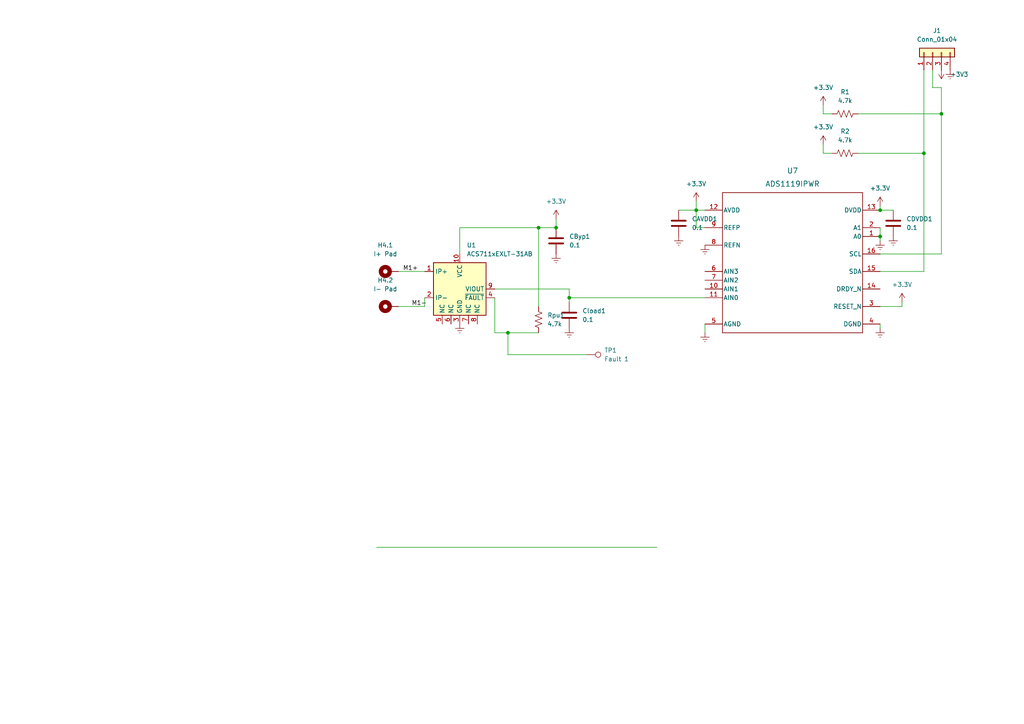
<source format=kicad_sch>
(kicad_sch (version 20211123) (generator eeschema)

  (uuid 2c607ed2-2c94-4c7a-b3fd-ab65c2c4d390)

  (paper "A4")

  (lib_symbols
    (symbol "+3.3V_1" (power) (pin_names (offset 0)) (in_bom yes) (on_board yes)
      (property "Reference" "#PWR" (id 0) (at 0 -3.81 0)
        (effects (font (size 1.27 1.27)) hide)
      )
      (property "Value" "+3.3V_1" (id 1) (at 0 3.556 0)
        (effects (font (size 1.27 1.27)))
      )
      (property "Footprint" "" (id 2) (at 0 0 0)
        (effects (font (size 1.27 1.27)) hide)
      )
      (property "Datasheet" "" (id 3) (at 0 0 0)
        (effects (font (size 1.27 1.27)) hide)
      )
      (property "ki_keywords" "power-flag" (id 4) (at 0 0 0)
        (effects (font (size 1.27 1.27)) hide)
      )
      (property "ki_description" "Power symbol creates a global label with name \"+3.3V\"" (id 5) (at 0 0 0)
        (effects (font (size 1.27 1.27)) hide)
      )
      (symbol "+3.3V_1_0_1"
        (polyline
          (pts
            (xy -0.762 1.27)
            (xy 0 2.54)
          )
          (stroke (width 0) (type default) (color 0 0 0 0))
          (fill (type none))
        )
        (polyline
          (pts
            (xy 0 0)
            (xy 0 2.54)
          )
          (stroke (width 0) (type default) (color 0 0 0 0))
          (fill (type none))
        )
        (polyline
          (pts
            (xy 0 2.54)
            (xy 0.762 1.27)
          )
          (stroke (width 0) (type default) (color 0 0 0 0))
          (fill (type none))
        )
      )
      (symbol "+3.3V_1_1_1"
        (pin power_in line (at 0 0 90) (length 0) hide
          (name "+3V3" (effects (font (size 1.27 1.27))))
          (number "1" (effects (font (size 1.27 1.27))))
        )
      )
    )
    (symbol "2023-10-21_17-11-10:ADS1119IPWR" (pin_names (offset 0.254)) (in_bom yes) (on_board yes)
      (property "Reference" "U" (id 0) (at 0 2.54 0)
        (effects (font (size 1.524 1.524)))
      )
      (property "Value" "ADS1119IPWR" (id 1) (at 0 0 0)
        (effects (font (size 1.524 1.524)))
      )
      (property "Footprint" "PW0016A_N" (id 2) (at 0 0 0)
        (effects (font (size 1.27 1.27) italic) hide)
      )
      (property "Datasheet" "ADS1119IPWR" (id 3) (at 0 0 0)
        (effects (font (size 1.27 1.27) italic) hide)
      )
      (property "ki_locked" "" (id 4) (at 0 0 0)
        (effects (font (size 1.27 1.27)))
      )
      (property "ki_keywords" "ADS1119IPWR" (id 5) (at 0 0 0)
        (effects (font (size 1.27 1.27)) hide)
      )
      (property "ki_fp_filters" "PW0016A_N PW0016A_M PW0016A_L" (id 6) (at 0 0 0)
        (effects (font (size 1.27 1.27)) hide)
      )
      (symbol "ADS1119IPWR_0_1"
        (polyline
          (pts
            (xy -20.32 -20.32)
            (xy 20.32 -20.32)
          )
          (stroke (width 0.2032) (type default) (color 0 0 0 0))
          (fill (type none))
        )
        (polyline
          (pts
            (xy -20.32 20.32)
            (xy -20.32 -20.32)
          )
          (stroke (width 0.2032) (type default) (color 0 0 0 0))
          (fill (type none))
        )
        (polyline
          (pts
            (xy 20.32 -20.32)
            (xy 20.32 20.32)
          )
          (stroke (width 0.2032) (type default) (color 0 0 0 0))
          (fill (type none))
        )
        (polyline
          (pts
            (xy 20.32 20.32)
            (xy -20.32 20.32)
          )
          (stroke (width 0.2032) (type default) (color 0 0 0 0))
          (fill (type none))
        )
        (pin input line (at 25.4 7.62 180) (length 5.08)
          (name "A0" (effects (font (size 1.27 1.27))))
          (number "1" (effects (font (size 1.27 1.27))))
        )
        (pin input line (at -25.4 -7.62 0) (length 5.08)
          (name "AIN1" (effects (font (size 1.27 1.27))))
          (number "10" (effects (font (size 1.27 1.27))))
        )
        (pin input line (at -25.4 -10.16 0) (length 5.08)
          (name "AIN0" (effects (font (size 1.27 1.27))))
          (number "11" (effects (font (size 1.27 1.27))))
        )
        (pin power_in line (at -25.4 15.24 0) (length 5.08)
          (name "AVDD" (effects (font (size 1.27 1.27))))
          (number "12" (effects (font (size 1.27 1.27))))
        )
        (pin power_in line (at 25.4 15.24 180) (length 5.08)
          (name "DVDD" (effects (font (size 1.27 1.27))))
          (number "13" (effects (font (size 1.27 1.27))))
        )
        (pin output line (at 25.4 -7.62 180) (length 5.08)
          (name "DRDY_N" (effects (font (size 1.27 1.27))))
          (number "14" (effects (font (size 1.27 1.27))))
        )
        (pin bidirectional line (at 25.4 -2.54 180) (length 5.08)
          (name "SDA" (effects (font (size 1.27 1.27))))
          (number "15" (effects (font (size 1.27 1.27))))
        )
        (pin input line (at 25.4 2.54 180) (length 5.08)
          (name "SCL" (effects (font (size 1.27 1.27))))
          (number "16" (effects (font (size 1.27 1.27))))
        )
        (pin input line (at 25.4 10.16 180) (length 5.08)
          (name "A1" (effects (font (size 1.27 1.27))))
          (number "2" (effects (font (size 1.27 1.27))))
        )
        (pin input line (at 25.4 -12.7 180) (length 5.08)
          (name "RESET_N" (effects (font (size 1.27 1.27))))
          (number "3" (effects (font (size 1.27 1.27))))
        )
        (pin power_in line (at 25.4 -17.78 180) (length 5.08)
          (name "DGND" (effects (font (size 1.27 1.27))))
          (number "4" (effects (font (size 1.27 1.27))))
        )
        (pin power_in line (at -25.4 -17.78 0) (length 5.08)
          (name "AGND" (effects (font (size 1.27 1.27))))
          (number "5" (effects (font (size 1.27 1.27))))
        )
        (pin input line (at -25.4 -2.54 0) (length 5.08)
          (name "AIN3" (effects (font (size 1.27 1.27))))
          (number "6" (effects (font (size 1.27 1.27))))
        )
        (pin input line (at -25.4 -5.08 0) (length 5.08)
          (name "AIN2" (effects (font (size 1.27 1.27))))
          (number "7" (effects (font (size 1.27 1.27))))
        )
        (pin input line (at -25.4 5.08 0) (length 5.08)
          (name "REFN" (effects (font (size 1.27 1.27))))
          (number "8" (effects (font (size 1.27 1.27))))
        )
        (pin input line (at -25.4 10.16 0) (length 5.08)
          (name "REFP" (effects (font (size 1.27 1.27))))
          (number "9" (effects (font (size 1.27 1.27))))
        )
      )
    )
    (symbol "Connector:TestPoint" (pin_numbers hide) (pin_names (offset 0.762) hide) (in_bom yes) (on_board yes)
      (property "Reference" "TP" (id 0) (at 0 6.858 0)
        (effects (font (size 1.27 1.27)))
      )
      (property "Value" "TestPoint" (id 1) (at 0 5.08 0)
        (effects (font (size 1.27 1.27)))
      )
      (property "Footprint" "" (id 2) (at 5.08 0 0)
        (effects (font (size 1.27 1.27)) hide)
      )
      (property "Datasheet" "~" (id 3) (at 5.08 0 0)
        (effects (font (size 1.27 1.27)) hide)
      )
      (property "ki_keywords" "test point tp" (id 4) (at 0 0 0)
        (effects (font (size 1.27 1.27)) hide)
      )
      (property "ki_description" "test point" (id 5) (at 0 0 0)
        (effects (font (size 1.27 1.27)) hide)
      )
      (property "ki_fp_filters" "Pin* Test*" (id 6) (at 0 0 0)
        (effects (font (size 1.27 1.27)) hide)
      )
      (symbol "TestPoint_0_1"
        (circle (center 0 3.302) (radius 0.762)
          (stroke (width 0) (type default) (color 0 0 0 0))
          (fill (type none))
        )
      )
      (symbol "TestPoint_1_1"
        (pin passive line (at 0 0 90) (length 2.54)
          (name "1" (effects (font (size 1.27 1.27))))
          (number "1" (effects (font (size 1.27 1.27))))
        )
      )
    )
    (symbol "Connector_Generic:Conn_01x04" (pin_names (offset 1.016) hide) (in_bom yes) (on_board yes)
      (property "Reference" "J" (id 0) (at 0 5.08 0)
        (effects (font (size 1.27 1.27)))
      )
      (property "Value" "Conn_01x04" (id 1) (at 0 -7.62 0)
        (effects (font (size 1.27 1.27)))
      )
      (property "Footprint" "" (id 2) (at 0 0 0)
        (effects (font (size 1.27 1.27)) hide)
      )
      (property "Datasheet" "~" (id 3) (at 0 0 0)
        (effects (font (size 1.27 1.27)) hide)
      )
      (property "ki_keywords" "connector" (id 4) (at 0 0 0)
        (effects (font (size 1.27 1.27)) hide)
      )
      (property "ki_description" "Generic connector, single row, 01x04, script generated (kicad-library-utils/schlib/autogen/connector/)" (id 5) (at 0 0 0)
        (effects (font (size 1.27 1.27)) hide)
      )
      (property "ki_fp_filters" "Connector*:*_1x??_*" (id 6) (at 0 0 0)
        (effects (font (size 1.27 1.27)) hide)
      )
      (symbol "Conn_01x04_1_1"
        (rectangle (start -1.27 -4.953) (end 0 -5.207)
          (stroke (width 0.1524) (type default) (color 0 0 0 0))
          (fill (type none))
        )
        (rectangle (start -1.27 -2.413) (end 0 -2.667)
          (stroke (width 0.1524) (type default) (color 0 0 0 0))
          (fill (type none))
        )
        (rectangle (start -1.27 0.127) (end 0 -0.127)
          (stroke (width 0.1524) (type default) (color 0 0 0 0))
          (fill (type none))
        )
        (rectangle (start -1.27 2.667) (end 0 2.413)
          (stroke (width 0.1524) (type default) (color 0 0 0 0))
          (fill (type none))
        )
        (rectangle (start -1.27 3.81) (end 1.27 -6.35)
          (stroke (width 0.254) (type default) (color 0 0 0 0))
          (fill (type background))
        )
        (pin passive line (at -5.08 2.54 0) (length 3.81)
          (name "Pin_1" (effects (font (size 1.27 1.27))))
          (number "1" (effects (font (size 1.27 1.27))))
        )
        (pin passive line (at -5.08 0 0) (length 3.81)
          (name "Pin_2" (effects (font (size 1.27 1.27))))
          (number "2" (effects (font (size 1.27 1.27))))
        )
        (pin passive line (at -5.08 -2.54 0) (length 3.81)
          (name "Pin_3" (effects (font (size 1.27 1.27))))
          (number "3" (effects (font (size 1.27 1.27))))
        )
        (pin passive line (at -5.08 -5.08 0) (length 3.81)
          (name "Pin_4" (effects (font (size 1.27 1.27))))
          (number "4" (effects (font (size 1.27 1.27))))
        )
      )
    )
    (symbol "Device:C" (pin_numbers hide) (pin_names (offset 0.254)) (in_bom yes) (on_board yes)
      (property "Reference" "C" (id 0) (at 0.635 2.54 0)
        (effects (font (size 1.27 1.27)) (justify left))
      )
      (property "Value" "C" (id 1) (at 0.635 -2.54 0)
        (effects (font (size 1.27 1.27)) (justify left))
      )
      (property "Footprint" "" (id 2) (at 0.9652 -3.81 0)
        (effects (font (size 1.27 1.27)) hide)
      )
      (property "Datasheet" "~" (id 3) (at 0 0 0)
        (effects (font (size 1.27 1.27)) hide)
      )
      (property "ki_keywords" "cap capacitor" (id 4) (at 0 0 0)
        (effects (font (size 1.27 1.27)) hide)
      )
      (property "ki_description" "Unpolarized capacitor" (id 5) (at 0 0 0)
        (effects (font (size 1.27 1.27)) hide)
      )
      (property "ki_fp_filters" "C_*" (id 6) (at 0 0 0)
        (effects (font (size 1.27 1.27)) hide)
      )
      (symbol "C_0_1"
        (polyline
          (pts
            (xy -2.032 -0.762)
            (xy 2.032 -0.762)
          )
          (stroke (width 0.508) (type default) (color 0 0 0 0))
          (fill (type none))
        )
        (polyline
          (pts
            (xy -2.032 0.762)
            (xy 2.032 0.762)
          )
          (stroke (width 0.508) (type default) (color 0 0 0 0))
          (fill (type none))
        )
      )
      (symbol "C_1_1"
        (pin passive line (at 0 3.81 270) (length 2.794)
          (name "~" (effects (font (size 1.27 1.27))))
          (number "1" (effects (font (size 1.27 1.27))))
        )
        (pin passive line (at 0 -3.81 90) (length 2.794)
          (name "~" (effects (font (size 1.27 1.27))))
          (number "2" (effects (font (size 1.27 1.27))))
        )
      )
    )
    (symbol "Device:R_US" (pin_numbers hide) (pin_names (offset 0)) (in_bom yes) (on_board yes)
      (property "Reference" "R" (id 0) (at 2.54 0 90)
        (effects (font (size 1.27 1.27)))
      )
      (property "Value" "R_US" (id 1) (at -2.54 0 90)
        (effects (font (size 1.27 1.27)))
      )
      (property "Footprint" "" (id 2) (at 1.016 -0.254 90)
        (effects (font (size 1.27 1.27)) hide)
      )
      (property "Datasheet" "~" (id 3) (at 0 0 0)
        (effects (font (size 1.27 1.27)) hide)
      )
      (property "ki_keywords" "R res resistor" (id 4) (at 0 0 0)
        (effects (font (size 1.27 1.27)) hide)
      )
      (property "ki_description" "Resistor, US symbol" (id 5) (at 0 0 0)
        (effects (font (size 1.27 1.27)) hide)
      )
      (property "ki_fp_filters" "R_*" (id 6) (at 0 0 0)
        (effects (font (size 1.27 1.27)) hide)
      )
      (symbol "R_US_0_1"
        (polyline
          (pts
            (xy 0 -2.286)
            (xy 0 -2.54)
          )
          (stroke (width 0) (type default) (color 0 0 0 0))
          (fill (type none))
        )
        (polyline
          (pts
            (xy 0 2.286)
            (xy 0 2.54)
          )
          (stroke (width 0) (type default) (color 0 0 0 0))
          (fill (type none))
        )
        (polyline
          (pts
            (xy 0 -0.762)
            (xy 1.016 -1.143)
            (xy 0 -1.524)
            (xy -1.016 -1.905)
            (xy 0 -2.286)
          )
          (stroke (width 0) (type default) (color 0 0 0 0))
          (fill (type none))
        )
        (polyline
          (pts
            (xy 0 0.762)
            (xy 1.016 0.381)
            (xy 0 0)
            (xy -1.016 -0.381)
            (xy 0 -0.762)
          )
          (stroke (width 0) (type default) (color 0 0 0 0))
          (fill (type none))
        )
        (polyline
          (pts
            (xy 0 2.286)
            (xy 1.016 1.905)
            (xy 0 1.524)
            (xy -1.016 1.143)
            (xy 0 0.762)
          )
          (stroke (width 0) (type default) (color 0 0 0 0))
          (fill (type none))
        )
      )
      (symbol "R_US_1_1"
        (pin passive line (at 0 3.81 270) (length 1.27)
          (name "~" (effects (font (size 1.27 1.27))))
          (number "1" (effects (font (size 1.27 1.27))))
        )
        (pin passive line (at 0 -3.81 90) (length 1.27)
          (name "~" (effects (font (size 1.27 1.27))))
          (number "2" (effects (font (size 1.27 1.27))))
        )
      )
    )
    (symbol "Mechanical:MountingHole_Pad" (pin_numbers hide) (pin_names (offset 1.016) hide) (in_bom yes) (on_board yes)
      (property "Reference" "H" (id 0) (at 0 6.35 0)
        (effects (font (size 1.27 1.27)))
      )
      (property "Value" "MountingHole_Pad" (id 1) (at 0 4.445 0)
        (effects (font (size 1.27 1.27)))
      )
      (property "Footprint" "" (id 2) (at 0 0 0)
        (effects (font (size 1.27 1.27)) hide)
      )
      (property "Datasheet" "~" (id 3) (at 0 0 0)
        (effects (font (size 1.27 1.27)) hide)
      )
      (property "ki_keywords" "mounting hole" (id 4) (at 0 0 0)
        (effects (font (size 1.27 1.27)) hide)
      )
      (property "ki_description" "Mounting Hole with connection" (id 5) (at 0 0 0)
        (effects (font (size 1.27 1.27)) hide)
      )
      (property "ki_fp_filters" "MountingHole*Pad*" (id 6) (at 0 0 0)
        (effects (font (size 1.27 1.27)) hide)
      )
      (symbol "MountingHole_Pad_0_1"
        (circle (center 0 1.27) (radius 1.27)
          (stroke (width 1.27) (type default) (color 0 0 0 0))
          (fill (type none))
        )
      )
      (symbol "MountingHole_Pad_1_1"
        (pin input line (at 0 -2.54 90) (length 2.54)
          (name "1" (effects (font (size 1.27 1.27))))
          (number "1" (effects (font (size 1.27 1.27))))
        )
      )
    )
    (symbol "Sensor_Current:ACS711xEXLT-31AB" (in_bom yes) (on_board yes)
      (property "Reference" "U" (id 0) (at 8.89 6.35 0)
        (effects (font (size 1.27 1.27)) (justify left))
      )
      (property "Value" "ACS711xEXLT-31AB" (id 1) (at 8.89 3.81 0)
        (effects (font (size 1.27 1.27)) (justify left))
      )
      (property "Footprint" "Sensor_Current:Allegro_QFN-12-10-1EP_3x3mm_P0.5mm" (id 2) (at 8.89 -1.27 0)
        (effects (font (size 1.27 1.27) italic) (justify left) hide)
      )
      (property "Datasheet" "http://www.allegromicro.com/~/Media/Files/Datasheets/ACS711-Datasheet.ashx" (id 3) (at 0 0 0)
        (effects (font (size 1.27 1.27)) hide)
      )
      (property "ki_keywords" "hall effect current monitor sensor isolated" (id 4) (at 0 0 0)
        (effects (font (size 1.27 1.27)) hide)
      )
      (property "ki_description" "±31A Bidirectional, Hall-Effect Current Sensor, +3.3V supply, 45mV/A, QFN-12" (id 5) (at 0 0 0)
        (effects (font (size 1.27 1.27)) hide)
      )
      (property "ki_fp_filters" "Allegro*QFN*EP*3x3mm*P0.5mm*" (id 6) (at 0 0 0)
        (effects (font (size 1.27 1.27)) hide)
      )
      (symbol "ACS711xEXLT-31AB_0_1"
        (rectangle (start -7.62 7.62) (end 7.62 -7.62)
          (stroke (width 0.254) (type default) (color 0 0 0 0))
          (fill (type background))
        )
      )
      (symbol "ACS711xEXLT-31AB_1_1"
        (pin passive line (at -10.16 5.08 0) (length 2.54)
          (name "IP+" (effects (font (size 1.27 1.27))))
          (number "1" (effects (font (size 1.27 1.27))))
        )
        (pin power_in line (at 0 10.16 270) (length 2.54)
          (name "VCC" (effects (font (size 1.27 1.27))))
          (number "10" (effects (font (size 1.27 1.27))))
        )
        (pin passive line (at -10.16 -2.54 0) (length 2.54)
          (name "IP-" (effects (font (size 1.27 1.27))))
          (number "2" (effects (font (size 1.27 1.27))))
        )
        (pin power_in line (at 0 -10.16 90) (length 2.54)
          (name "GND" (effects (font (size 1.27 1.27))))
          (number "3" (effects (font (size 1.27 1.27))))
        )
        (pin output line (at 10.16 -2.54 180) (length 2.54)
          (name "~{FAULT}" (effects (font (size 1.27 1.27))))
          (number "4" (effects (font (size 1.27 1.27))))
        )
        (pin passive line (at -5.08 -10.16 90) (length 2.54)
          (name "NC" (effects (font (size 1.27 1.27))))
          (number "5" (effects (font (size 1.27 1.27))))
        )
        (pin passive line (at -2.54 -10.16 90) (length 2.54)
          (name "NC" (effects (font (size 1.27 1.27))))
          (number "6" (effects (font (size 1.27 1.27))))
        )
        (pin passive line (at 2.54 -10.16 90) (length 2.54)
          (name "NC" (effects (font (size 1.27 1.27))))
          (number "7" (effects (font (size 1.27 1.27))))
        )
        (pin passive line (at 5.08 -10.16 90) (length 2.54)
          (name "NC" (effects (font (size 1.27 1.27))))
          (number "8" (effects (font (size 1.27 1.27))))
        )
        (pin output line (at 10.16 0 180) (length 2.54)
          (name "VIOUT" (effects (font (size 1.27 1.27))))
          (number "9" (effects (font (size 1.27 1.27))))
        )
      )
    )
    (symbol "power:+3.3V" (power) (pin_names (offset 0)) (in_bom yes) (on_board yes)
      (property "Reference" "#PWR" (id 0) (at 0 -3.81 0)
        (effects (font (size 1.27 1.27)) hide)
      )
      (property "Value" "+3.3V" (id 1) (at 0 3.556 0)
        (effects (font (size 1.27 1.27)))
      )
      (property "Footprint" "" (id 2) (at 0 0 0)
        (effects (font (size 1.27 1.27)) hide)
      )
      (property "Datasheet" "" (id 3) (at 0 0 0)
        (effects (font (size 1.27 1.27)) hide)
      )
      (property "ki_keywords" "power-flag" (id 4) (at 0 0 0)
        (effects (font (size 1.27 1.27)) hide)
      )
      (property "ki_description" "Power symbol creates a global label with name \"+3.3V\"" (id 5) (at 0 0 0)
        (effects (font (size 1.27 1.27)) hide)
      )
      (symbol "+3.3V_0_1"
        (polyline
          (pts
            (xy -0.762 1.27)
            (xy 0 2.54)
          )
          (stroke (width 0) (type default) (color 0 0 0 0))
          (fill (type none))
        )
        (polyline
          (pts
            (xy 0 0)
            (xy 0 2.54)
          )
          (stroke (width 0) (type default) (color 0 0 0 0))
          (fill (type none))
        )
        (polyline
          (pts
            (xy 0 2.54)
            (xy 0.762 1.27)
          )
          (stroke (width 0) (type default) (color 0 0 0 0))
          (fill (type none))
        )
      )
      (symbol "+3.3V_1_1"
        (pin power_in line (at 0 0 90) (length 0) hide
          (name "+3.3V" (effects (font (size 1.27 1.27))))
          (number "1" (effects (font (size 1.27 1.27))))
        )
      )
    )
    (symbol "power:Earth" (power) (pin_names (offset 0)) (in_bom yes) (on_board yes)
      (property "Reference" "#PWR" (id 0) (at 0 -6.35 0)
        (effects (font (size 1.27 1.27)) hide)
      )
      (property "Value" "Earth" (id 1) (at 0 -3.81 0)
        (effects (font (size 1.27 1.27)) hide)
      )
      (property "Footprint" "" (id 2) (at 0 0 0)
        (effects (font (size 1.27 1.27)) hide)
      )
      (property "Datasheet" "~" (id 3) (at 0 0 0)
        (effects (font (size 1.27 1.27)) hide)
      )
      (property "ki_keywords" "power-flag ground gnd" (id 4) (at 0 0 0)
        (effects (font (size 1.27 1.27)) hide)
      )
      (property "ki_description" "Power symbol creates a global label with name \"Earth\"" (id 5) (at 0 0 0)
        (effects (font (size 1.27 1.27)) hide)
      )
      (symbol "Earth_0_1"
        (polyline
          (pts
            (xy -0.635 -1.905)
            (xy 0.635 -1.905)
          )
          (stroke (width 0) (type default) (color 0 0 0 0))
          (fill (type none))
        )
        (polyline
          (pts
            (xy -0.127 -2.54)
            (xy 0.127 -2.54)
          )
          (stroke (width 0) (type default) (color 0 0 0 0))
          (fill (type none))
        )
        (polyline
          (pts
            (xy 0 -1.27)
            (xy 0 0)
          )
          (stroke (width 0) (type default) (color 0 0 0 0))
          (fill (type none))
        )
        (polyline
          (pts
            (xy 1.27 -1.27)
            (xy -1.27 -1.27)
          )
          (stroke (width 0) (type default) (color 0 0 0 0))
          (fill (type none))
        )
      )
      (symbol "Earth_1_1"
        (pin power_in line (at 0 0 270) (length 0) hide
          (name "Earth" (effects (font (size 1.27 1.27))))
          (number "1" (effects (font (size 1.27 1.27))))
        )
      )
    )
  )

  (junction (at 201.93 60.96) (diameter 0) (color 0 0 0 0)
    (uuid 011d29b4-3005-4639-8157-ee0d0eed0535)
  )
  (junction (at 267.97 44.45) (diameter 0) (color 0 0 0 0)
    (uuid 0de63706-4d6f-404a-b71c-ff3dca4bbf0a)
  )
  (junction (at 273.05 33.02) (diameter 0) (color 0 0 0 0)
    (uuid 28ad2a28-aa2b-4799-8fd7-e36be506075a)
  )
  (junction (at 165.1 86.36) (diameter 0) (color 0 0 0 0)
    (uuid 3ff52d75-ce53-446b-bc89-87f90cc30831)
  )
  (junction (at 255.27 60.96) (diameter 0) (color 0 0 0 0)
    (uuid 74601d8c-4ffc-49ce-8521-bfe97115447b)
  )
  (junction (at 156.21 66.04) (diameter 0) (color 0 0 0 0)
    (uuid 9e03305f-8314-49d6-ba8c-584e29380cef)
  )
  (junction (at 255.27 68.58) (diameter 0) (color 0 0 0 0)
    (uuid a5a880aa-67c0-41b2-a57c-6a6eff4f15ec)
  )
  (junction (at 161.29 66.04) (diameter 0) (color 0 0 0 0)
    (uuid bf177833-789b-465a-a1fe-92c8baaf9298)
  )
  (junction (at 147.32 96.52) (diameter 0) (color 0 0 0 0)
    (uuid ebe7b3f2-8b04-41b4-b92d-825bc839f731)
  )

  (wire (pts (xy 238.76 41.91) (xy 238.76 44.45))
    (stroke (width 0) (type default) (color 0 0 0 0))
    (uuid 012a58f2-5696-42ea-a46b-c83ce6ec897d)
  )
  (wire (pts (xy 273.05 25.4) (xy 270.51 25.4))
    (stroke (width 0) (type default) (color 0 0 0 0))
    (uuid 0e90908f-81ba-4f69-a647-cc303a465767)
  )
  (wire (pts (xy 204.47 66.04) (xy 201.93 66.04))
    (stroke (width 0) (type default) (color 0 0 0 0))
    (uuid 1004e6f4-7532-48f4-9e95-a103f144546d)
  )
  (wire (pts (xy 273.05 73.66) (xy 273.05 33.02))
    (stroke (width 0) (type default) (color 0 0 0 0))
    (uuid 19751df3-f467-4b37-8715-bb55b9635649)
  )
  (wire (pts (xy 115.57 78.74) (xy 123.19 78.74))
    (stroke (width 0) (type default) (color 0 0 0 0))
    (uuid 26921152-4180-4c0c-bc67-dea3ec5f2325)
  )
  (wire (pts (xy 147.32 102.87) (xy 170.18 102.87))
    (stroke (width 0) (type default) (color 0 0 0 0))
    (uuid 2e6d6583-b4f5-48c4-88c9-5b0826cd08e0)
  )
  (wire (pts (xy 261.62 88.9) (xy 261.62 87.63))
    (stroke (width 0) (type default) (color 0 0 0 0))
    (uuid 33811aaf-35ec-4cf9-9fb6-281e2dc9000c)
  )
  (wire (pts (xy 201.93 58.42) (xy 201.93 60.96))
    (stroke (width 0) (type default) (color 0 0 0 0))
    (uuid 34008aeb-dd28-498c-9a1d-7d3e06a6e788)
  )
  (wire (pts (xy 109.22 158.75) (xy 190.5 158.75))
    (stroke (width 0) (type default) (color 0 0 0 0))
    (uuid 35662fca-69f3-4e40-8bb2-c3ac312cf63f)
  )
  (wire (pts (xy 204.47 93.98) (xy 204.47 96.52))
    (stroke (width 0) (type default) (color 0 0 0 0))
    (uuid 3904607f-a227-45cf-a457-4b67701561d9)
  )
  (wire (pts (xy 115.57 88.9) (xy 123.19 88.9))
    (stroke (width 0) (type default) (color 0 0 0 0))
    (uuid 3b6b33c3-0a33-4107-9730-34c71623bc10)
  )
  (wire (pts (xy 133.35 66.04) (xy 156.21 66.04))
    (stroke (width 0) (type default) (color 0 0 0 0))
    (uuid 3b8c3e21-5498-4290-9c24-562fd527eb2e)
  )
  (wire (pts (xy 255.27 93.98) (xy 255.27 95.25))
    (stroke (width 0) (type default) (color 0 0 0 0))
    (uuid 45aee4c8-7568-4863-987e-c0d439ab8f59)
  )
  (wire (pts (xy 248.92 33.02) (xy 273.05 33.02))
    (stroke (width 0) (type default) (color 0 0 0 0))
    (uuid 47bb1880-c4e8-41dd-acb7-1dda8a94a78f)
  )
  (wire (pts (xy 270.51 20.32) (xy 270.51 25.4))
    (stroke (width 0) (type default) (color 0 0 0 0))
    (uuid 4b9beb17-587f-495d-8d29-9bf7d582a460)
  )
  (wire (pts (xy 143.51 96.52) (xy 147.32 96.52))
    (stroke (width 0) (type default) (color 0 0 0 0))
    (uuid 52d89eed-d25e-4371-b3ad-f55a74debbc4)
  )
  (wire (pts (xy 255.27 73.66) (xy 273.05 73.66))
    (stroke (width 0) (type default) (color 0 0 0 0))
    (uuid 5589260d-7b1e-4025-98d3-f84cf02dc2b0)
  )
  (wire (pts (xy 255.27 88.9) (xy 261.62 88.9))
    (stroke (width 0) (type default) (color 0 0 0 0))
    (uuid 57a3c6be-96fc-4cf4-a7e3-409f44923045)
  )
  (wire (pts (xy 238.76 33.02) (xy 238.76 30.48))
    (stroke (width 0) (type default) (color 0 0 0 0))
    (uuid 5eaa5ae0-6798-4fb3-a3e2-75eb04f78cdb)
  )
  (wire (pts (xy 156.21 66.04) (xy 161.29 66.04))
    (stroke (width 0) (type default) (color 0 0 0 0))
    (uuid 61a38ff7-4597-41e9-84f6-4ee214afcf7b)
  )
  (wire (pts (xy 255.27 68.58) (xy 255.27 69.85))
    (stroke (width 0) (type default) (color 0 0 0 0))
    (uuid 65fa873e-b6a4-46d9-93b8-31f2e7f73169)
  )
  (wire (pts (xy 165.1 83.82) (xy 165.1 86.36))
    (stroke (width 0) (type default) (color 0 0 0 0))
    (uuid 662b0f01-7654-4444-9e13-174b02b821c8)
  )
  (wire (pts (xy 133.35 73.66) (xy 133.35 66.04))
    (stroke (width 0) (type default) (color 0 0 0 0))
    (uuid 6a1407e3-fbf6-4817-8e56-69acbae628bb)
  )
  (wire (pts (xy 143.51 86.36) (xy 143.51 96.52))
    (stroke (width 0) (type default) (color 0 0 0 0))
    (uuid 6fd7b1ad-ff8b-46ec-a2ea-dca5d7ad6d0d)
  )
  (wire (pts (xy 165.1 86.36) (xy 204.47 86.36))
    (stroke (width 0) (type default) (color 0 0 0 0))
    (uuid 77ce35d1-ba93-444c-b692-822a2852e246)
  )
  (wire (pts (xy 241.3 33.02) (xy 238.76 33.02))
    (stroke (width 0) (type default) (color 0 0 0 0))
    (uuid 7d3baf0f-2a8b-40af-8ef0-caa8cbdec222)
  )
  (wire (pts (xy 255.27 59.69) (xy 255.27 60.96))
    (stroke (width 0) (type default) (color 0 0 0 0))
    (uuid 7f940534-9f35-41ec-9d4e-5df860c72185)
  )
  (wire (pts (xy 267.97 44.45) (xy 267.97 78.74))
    (stroke (width 0) (type default) (color 0 0 0 0))
    (uuid 81d81399-f098-49fb-9e00-8bedc23c0e8e)
  )
  (wire (pts (xy 201.93 66.04) (xy 201.93 60.96))
    (stroke (width 0) (type default) (color 0 0 0 0))
    (uuid 85b1dddf-3be1-46ff-bf49-bcdf99aa0bb6)
  )
  (wire (pts (xy 255.27 66.04) (xy 255.27 68.58))
    (stroke (width 0) (type default) (color 0 0 0 0))
    (uuid 8a2957a3-4942-427b-b39a-19d79059fd82)
  )
  (wire (pts (xy 255.27 60.96) (xy 259.08 60.96))
    (stroke (width 0) (type default) (color 0 0 0 0))
    (uuid 8a6ac0fd-de43-43bf-9113-13f8524786dc)
  )
  (wire (pts (xy 273.05 33.02) (xy 273.05 25.4))
    (stroke (width 0) (type default) (color 0 0 0 0))
    (uuid 8d90f4df-ba8a-4c18-b3aa-7f2037c6f194)
  )
  (wire (pts (xy 248.92 44.45) (xy 267.97 44.45))
    (stroke (width 0) (type default) (color 0 0 0 0))
    (uuid 95097867-7010-4b58-a42f-cabdbb592584)
  )
  (wire (pts (xy 147.32 96.52) (xy 156.21 96.52))
    (stroke (width 0) (type default) (color 0 0 0 0))
    (uuid 96730271-c25f-45b5-a441-645edd50fddf)
  )
  (wire (pts (xy 147.32 96.52) (xy 147.32 102.87))
    (stroke (width 0) (type default) (color 0 0 0 0))
    (uuid b193a490-7afe-49ec-b76b-9c2f7e4ce92d)
  )
  (wire (pts (xy 143.51 83.82) (xy 165.1 83.82))
    (stroke (width 0) (type default) (color 0 0 0 0))
    (uuid b6d4b44c-b040-45ae-8600-48542b86d8b9)
  )
  (wire (pts (xy 201.93 60.96) (xy 204.47 60.96))
    (stroke (width 0) (type default) (color 0 0 0 0))
    (uuid c139045f-0cc4-4da8-b642-4e028e9a79a7)
  )
  (wire (pts (xy 241.3 44.45) (xy 238.76 44.45))
    (stroke (width 0) (type default) (color 0 0 0 0))
    (uuid c6997f8d-0bcf-4bc6-9a17-05dad89da148)
  )
  (wire (pts (xy 255.27 78.74) (xy 267.97 78.74))
    (stroke (width 0) (type default) (color 0 0 0 0))
    (uuid c80201de-ec42-4f19-bee7-fd18e9569553)
  )
  (wire (pts (xy 196.85 60.96) (xy 201.93 60.96))
    (stroke (width 0) (type default) (color 0 0 0 0))
    (uuid d6463940-757a-483c-8963-198e93bb32d1)
  )
  (wire (pts (xy 165.1 86.36) (xy 165.1 87.63))
    (stroke (width 0) (type default) (color 0 0 0 0))
    (uuid ea5f863e-8b25-408c-ab83-a57f7fae81a3)
  )
  (wire (pts (xy 123.19 86.36) (xy 123.19 88.9))
    (stroke (width 0) (type default) (color 0 0 0 0))
    (uuid ec0275d4-0eab-4513-8fa6-bb3d87c63be4)
  )
  (wire (pts (xy 161.29 63.5) (xy 161.29 66.04))
    (stroke (width 0) (type default) (color 0 0 0 0))
    (uuid f1eedcf3-064c-4339-97ea-827c996a06f5)
  )
  (wire (pts (xy 156.21 66.04) (xy 156.21 88.9))
    (stroke (width 0) (type default) (color 0 0 0 0))
    (uuid f24259e1-f487-4dcb-87f9-932669bf5895)
  )
  (wire (pts (xy 267.97 20.32) (xy 267.97 44.45))
    (stroke (width 0) (type default) (color 0 0 0 0))
    (uuid fe438284-6276-4d3d-b6ea-18dbec130530)
  )

  (label "M1+" (at 116.84 78.74 0)
    (effects (font (size 1.27 1.27)) (justify left bottom))
    (uuid 7f6ee7fc-57b3-48dc-a521-118aadf47a54)
  )
  (label "M1-" (at 119.38 88.9 0)
    (effects (font (size 1.27 1.27)) (justify left bottom))
    (uuid c4d87e2e-cd97-45db-a390-b87ccd3e0808)
  )

  (symbol (lib_id "power:Earth") (at 255.27 95.25 0) (unit 1)
    (in_bom yes) (on_board yes) (fields_autoplaced)
    (uuid 0263ddb3-6ee2-44db-9b46-89518b9a7e8d)
    (property "Reference" "#PWR0133" (id 0) (at 255.27 101.6 0)
      (effects (font (size 1.27 1.27)) hide)
    )
    (property "Value" "Earth" (id 1) (at 255.27 99.06 0)
      (effects (font (size 1.27 1.27)) hide)
    )
    (property "Footprint" "" (id 2) (at 255.27 95.25 0)
      (effects (font (size 1.27 1.27)) hide)
    )
    (property "Datasheet" "~" (id 3) (at 255.27 95.25 0)
      (effects (font (size 1.27 1.27)) hide)
    )
    (pin "1" (uuid 985fde5f-7db6-4fb3-ae86-4cf5ff2acd4b))
  )

  (symbol (lib_id "Device:C") (at 259.08 64.77 0) (unit 1)
    (in_bom yes) (on_board yes) (fields_autoplaced)
    (uuid 11f8f64a-cf97-4606-a910-827f85f2ec4d)
    (property "Reference" "CDVDD1" (id 0) (at 262.89 63.4999 0)
      (effects (font (size 1.27 1.27)) (justify left))
    )
    (property "Value" "0.1" (id 1) (at 262.89 66.0399 0)
      (effects (font (size 1.27 1.27)) (justify left))
    )
    (property "Footprint" "Capacitor_SMD:C_0805_2012Metric_Pad1.18x1.45mm_HandSolder" (id 2) (at 260.0452 68.58 0)
      (effects (font (size 1.27 1.27)) hide)
    )
    (property "Datasheet" "~" (id 3) (at 259.08 64.77 0)
      (effects (font (size 1.27 1.27)) hide)
    )
    (pin "1" (uuid 2e2e7be4-25d4-4223-947e-922d959bf5dc))
    (pin "2" (uuid bbd4c1d4-f55e-46bb-8120-efb7c5f6446c))
  )

  (symbol (lib_id "power:Earth") (at 196.85 68.58 0) (unit 1)
    (in_bom yes) (on_board yes) (fields_autoplaced)
    (uuid 16fda1e5-2a2a-4144-8bca-29e6bd5c87b2)
    (property "Reference" "#PWR0129" (id 0) (at 196.85 74.93 0)
      (effects (font (size 1.27 1.27)) hide)
    )
    (property "Value" "Earth" (id 1) (at 196.85 72.39 0)
      (effects (font (size 1.27 1.27)) hide)
    )
    (property "Footprint" "" (id 2) (at 196.85 68.58 0)
      (effects (font (size 1.27 1.27)) hide)
    )
    (property "Datasheet" "~" (id 3) (at 196.85 68.58 0)
      (effects (font (size 1.27 1.27)) hide)
    )
    (pin "1" (uuid 9b4287d6-0598-4ff9-b000-07d2dd5ecd01))
  )

  (symbol (lib_id "power:Earth") (at 133.35 93.98 0) (unit 1)
    (in_bom yes) (on_board yes) (fields_autoplaced)
    (uuid 175363b5-d5d9-4dc8-a14e-a51c72cfe945)
    (property "Reference" "#PWR0101" (id 0) (at 133.35 100.33 0)
      (effects (font (size 1.27 1.27)) hide)
    )
    (property "Value" "Earth" (id 1) (at 133.35 97.79 0)
      (effects (font (size 1.27 1.27)) hide)
    )
    (property "Footprint" "" (id 2) (at 133.35 93.98 0)
      (effects (font (size 1.27 1.27)) hide)
    )
    (property "Datasheet" "~" (id 3) (at 133.35 93.98 0)
      (effects (font (size 1.27 1.27)) hide)
    )
    (pin "1" (uuid 82531210-01e2-4006-939e-4a1b51a0db81))
  )

  (symbol (lib_id "power:+3.3V") (at 238.76 41.91 0) (unit 1)
    (in_bom yes) (on_board yes) (fields_autoplaced)
    (uuid 2ff56f4a-1a5c-426d-bd03-829111b01b20)
    (property "Reference" "#PWR0127" (id 0) (at 238.76 45.72 0)
      (effects (font (size 1.27 1.27)) hide)
    )
    (property "Value" "+3.3V" (id 1) (at 238.76 36.83 0))
    (property "Footprint" "" (id 2) (at 238.76 41.91 0)
      (effects (font (size 1.27 1.27)) hide)
    )
    (property "Datasheet" "" (id 3) (at 238.76 41.91 0)
      (effects (font (size 1.27 1.27)) hide)
    )
    (pin "1" (uuid dc29adeb-cdc5-42f4-8e54-d18ffcb6d8ec))
  )

  (symbol (lib_id "Mechanical:MountingHole_Pad") (at 113.03 88.9 90) (unit 1)
    (in_bom yes) (on_board yes) (fields_autoplaced)
    (uuid 30b6abb4-b8ed-414f-a113-cbd840b254f2)
    (property "Reference" "H4.2" (id 0) (at 111.76 81.28 90))
    (property "Value" "I- Pad" (id 1) (at 111.76 83.82 90))
    (property "Footprint" "Connector_Wire:SolderWire-0.25sqmm_1x01_D0.65mm_OD2mm" (id 2) (at 113.03 88.9 0)
      (effects (font (size 1.27 1.27)) hide)
    )
    (property "Datasheet" "~" (id 3) (at 113.03 88.9 0)
      (effects (font (size 1.27 1.27)) hide)
    )
    (pin "1" (uuid d0f898e8-bbb3-48c0-bb55-eba8706d523a))
  )

  (symbol (lib_id "Device:C") (at 165.1 91.44 0) (unit 1)
    (in_bom yes) (on_board yes) (fields_autoplaced)
    (uuid 3d20728a-917e-42aa-a8e0-4b1f20a26e0b)
    (property "Reference" "Cload1" (id 0) (at 168.91 90.1699 0)
      (effects (font (size 1.27 1.27)) (justify left))
    )
    (property "Value" "0.1" (id 1) (at 168.91 92.7099 0)
      (effects (font (size 1.27 1.27)) (justify left))
    )
    (property "Footprint" "Capacitor_SMD:C_0805_2012Metric_Pad1.18x1.45mm_HandSolder" (id 2) (at 166.0652 95.25 0)
      (effects (font (size 1.27 1.27)) hide)
    )
    (property "Datasheet" "~" (id 3) (at 165.1 91.44 0)
      (effects (font (size 1.27 1.27)) hide)
    )
    (pin "1" (uuid 810e0eec-2495-4c69-9618-aedfe6b9f965))
    (pin "2" (uuid 7c3ac6ac-b594-4401-b262-337344625157))
  )

  (symbol (lib_id "power:+3.3V") (at 238.76 30.48 0) (unit 1)
    (in_bom yes) (on_board yes) (fields_autoplaced)
    (uuid 3d28489d-5b8b-466b-ad1d-85af34296c52)
    (property "Reference" "#PWR0130" (id 0) (at 238.76 34.29 0)
      (effects (font (size 1.27 1.27)) hide)
    )
    (property "Value" "+3.3V" (id 1) (at 238.76 25.4 0))
    (property "Footprint" "" (id 2) (at 238.76 30.48 0)
      (effects (font (size 1.27 1.27)) hide)
    )
    (property "Datasheet" "" (id 3) (at 238.76 30.48 0)
      (effects (font (size 1.27 1.27)) hide)
    )
    (pin "1" (uuid d9e64407-b8ee-45ca-b956-92119b489e18))
  )

  (symbol (lib_id "power:+3.3V") (at 261.62 87.63 0) (unit 1)
    (in_bom yes) (on_board yes) (fields_autoplaced)
    (uuid 441af7a3-52b0-47df-956a-2a3ef580904b)
    (property "Reference" "#PWR0135" (id 0) (at 261.62 91.44 0)
      (effects (font (size 1.27 1.27)) hide)
    )
    (property "Value" "+3.3V" (id 1) (at 261.62 82.55 0))
    (property "Footprint" "" (id 2) (at 261.62 87.63 0)
      (effects (font (size 1.27 1.27)) hide)
    )
    (property "Datasheet" "" (id 3) (at 261.62 87.63 0)
      (effects (font (size 1.27 1.27)) hide)
    )
    (pin "1" (uuid 82bba8df-b542-4904-8381-b1b227712df6))
  )

  (symbol (lib_id "power:Earth") (at 204.47 96.52 0) (unit 1)
    (in_bom yes) (on_board yes) (fields_autoplaced)
    (uuid 46459e1e-3ffe-4e4d-b6db-99c57235d519)
    (property "Reference" "#PWR0138" (id 0) (at 204.47 102.87 0)
      (effects (font (size 1.27 1.27)) hide)
    )
    (property "Value" "Earth" (id 1) (at 204.47 100.33 0)
      (effects (font (size 1.27 1.27)) hide)
    )
    (property "Footprint" "" (id 2) (at 204.47 96.52 0)
      (effects (font (size 1.27 1.27)) hide)
    )
    (property "Datasheet" "~" (id 3) (at 204.47 96.52 0)
      (effects (font (size 1.27 1.27)) hide)
    )
    (pin "1" (uuid 0af24300-96c1-4238-b3fd-10e38d41733b))
  )

  (symbol (lib_name "+3.3V_1") (lib_id "power:+3.3V") (at 273.05 20.32 180) (unit 1)
    (in_bom yes) (on_board yes) (fields_autoplaced)
    (uuid 5faee7ce-f5dd-4355-b3f6-49bd1db44c9f)
    (property "Reference" "#PWR0144" (id 0) (at 273.05 16.51 0)
      (effects (font (size 1.27 1.27)) hide)
    )
    (property "Value" "+3.3V" (id 1) (at 275.59 21.5899 0)
      (effects (font (size 1.27 1.27)) (justify right))
    )
    (property "Footprint" "" (id 2) (at 273.05 20.32 0)
      (effects (font (size 1.27 1.27)) hide)
    )
    (property "Datasheet" "" (id 3) (at 273.05 20.32 0)
      (effects (font (size 1.27 1.27)) hide)
    )
    (pin "1" (uuid 615c8c8f-bf94-4b93-b2f5-57c30aa67dc8))
  )

  (symbol (lib_id "power:Earth") (at 259.08 68.58 0) (unit 1)
    (in_bom yes) (on_board yes) (fields_autoplaced)
    (uuid 67a9e962-9c1d-42c8-8191-523732e39b7a)
    (property "Reference" "#PWR0131" (id 0) (at 259.08 74.93 0)
      (effects (font (size 1.27 1.27)) hide)
    )
    (property "Value" "Earth" (id 1) (at 259.08 72.39 0)
      (effects (font (size 1.27 1.27)) hide)
    )
    (property "Footprint" "" (id 2) (at 259.08 68.58 0)
      (effects (font (size 1.27 1.27)) hide)
    )
    (property "Datasheet" "~" (id 3) (at 259.08 68.58 0)
      (effects (font (size 1.27 1.27)) hide)
    )
    (pin "1" (uuid f8348fcf-10d1-40b8-a818-81dff790399c))
  )

  (symbol (lib_id "power:Earth") (at 255.27 69.85 0) (unit 1)
    (in_bom yes) (on_board yes) (fields_autoplaced)
    (uuid 704c8328-ddd1-4f98-b75c-9eeae7b6c99a)
    (property "Reference" "#PWR0143" (id 0) (at 255.27 76.2 0)
      (effects (font (size 1.27 1.27)) hide)
    )
    (property "Value" "Earth" (id 1) (at 255.27 73.66 0)
      (effects (font (size 1.27 1.27)) hide)
    )
    (property "Footprint" "" (id 2) (at 255.27 69.85 0)
      (effects (font (size 1.27 1.27)) hide)
    )
    (property "Datasheet" "~" (id 3) (at 255.27 69.85 0)
      (effects (font (size 1.27 1.27)) hide)
    )
    (pin "1" (uuid 6647eb61-2f80-4c0d-be87-a398fcea9a39))
  )

  (symbol (lib_id "Connector_Generic:Conn_01x04") (at 270.51 15.24 90) (unit 1)
    (in_bom yes) (on_board yes) (fields_autoplaced)
    (uuid 7d821d91-0ab1-4509-8a4c-4a182b16ccb6)
    (property "Reference" "J1" (id 0) (at 271.78 8.89 90))
    (property "Value" "Conn_01x04" (id 1) (at 271.78 11.43 90))
    (property "Footprint" "Connector_JST:JST_XH_S4B-XH-A_1x04_P2.50mm_Horizontal" (id 2) (at 270.51 15.24 0)
      (effects (font (size 1.27 1.27)) hide)
    )
    (property "Datasheet" "~" (id 3) (at 270.51 15.24 0)
      (effects (font (size 1.27 1.27)) hide)
    )
    (pin "1" (uuid a33d6ff6-9fb4-476d-9789-fc72d0c496e1))
    (pin "2" (uuid ceff1def-bbe1-4512-a6d7-f3869f052039))
    (pin "3" (uuid ddc711b2-fdb3-4db6-9651-a915652253ea))
    (pin "4" (uuid cb813e4c-244c-4fbf-8ac1-5fe6dbc85f33))
  )

  (symbol (lib_id "Connector:TestPoint") (at 170.18 102.87 270) (unit 1)
    (in_bom yes) (on_board yes) (fields_autoplaced)
    (uuid 7f0bdbf5-e2ea-46b1-9494-227b15207574)
    (property "Reference" "TP1" (id 0) (at 175.26 101.5999 90)
      (effects (font (size 1.27 1.27)) (justify left))
    )
    (property "Value" "Fault 1" (id 1) (at 175.26 104.1399 90)
      (effects (font (size 1.27 1.27)) (justify left))
    )
    (property "Footprint" "Connector_Wire:SolderWire-0.1sqmm_1x01_D0.4mm_OD1mm" (id 2) (at 170.18 107.95 0)
      (effects (font (size 1.27 1.27)) hide)
    )
    (property "Datasheet" "~" (id 3) (at 170.18 107.95 0)
      (effects (font (size 1.27 1.27)) hide)
    )
    (pin "1" (uuid 0a5de09d-962c-46aa-b3b3-f49e08810e6c))
  )

  (symbol (lib_id "Device:R_US") (at 156.21 92.71 0) (unit 1)
    (in_bom yes) (on_board yes) (fields_autoplaced)
    (uuid 80351ed1-29bb-4991-bf3e-81eeb4b349fd)
    (property "Reference" "Rpu1" (id 0) (at 158.75 91.4399 0)
      (effects (font (size 1.27 1.27)) (justify left))
    )
    (property "Value" "4.7k" (id 1) (at 158.75 93.9799 0)
      (effects (font (size 1.27 1.27)) (justify left))
    )
    (property "Footprint" "Resistor_SMD:R_0805_2012Metric_Pad1.20x1.40mm_HandSolder" (id 2) (at 157.226 92.964 90)
      (effects (font (size 1.27 1.27)) hide)
    )
    (property "Datasheet" "~" (id 3) (at 156.21 92.71 0)
      (effects (font (size 1.27 1.27)) hide)
    )
    (pin "1" (uuid 397e70a0-aaf2-44ed-9e10-ff9bc59b4666))
    (pin "2" (uuid 11ef12ee-f414-4686-9ff0-cccf00c9d411))
  )

  (symbol (lib_id "power:+3.3V") (at 255.27 59.69 0) (unit 1)
    (in_bom yes) (on_board yes) (fields_autoplaced)
    (uuid a0035fd3-a553-4acb-9d6e-7127e239093f)
    (property "Reference" "#PWR0125" (id 0) (at 255.27 63.5 0)
      (effects (font (size 1.27 1.27)) hide)
    )
    (property "Value" "+3.3V" (id 1) (at 255.27 54.61 0))
    (property "Footprint" "" (id 2) (at 255.27 59.69 0)
      (effects (font (size 1.27 1.27)) hide)
    )
    (property "Datasheet" "" (id 3) (at 255.27 59.69 0)
      (effects (font (size 1.27 1.27)) hide)
    )
    (pin "1" (uuid 7084b35b-578b-44da-bd22-bba4baf7fc42))
  )

  (symbol (lib_id "power:+3.3V") (at 201.93 58.42 0) (unit 1)
    (in_bom yes) (on_board yes) (fields_autoplaced)
    (uuid b210e3e6-d24c-4dfc-aa9f-7cde38264ff4)
    (property "Reference" "#PWR0128" (id 0) (at 201.93 62.23 0)
      (effects (font (size 1.27 1.27)) hide)
    )
    (property "Value" "+3.3V" (id 1) (at 201.93 53.34 0))
    (property "Footprint" "" (id 2) (at 201.93 58.42 0)
      (effects (font (size 1.27 1.27)) hide)
    )
    (property "Datasheet" "" (id 3) (at 201.93 58.42 0)
      (effects (font (size 1.27 1.27)) hide)
    )
    (pin "1" (uuid 31afeb48-4694-47b7-b82c-5c7af0518848))
  )

  (symbol (lib_id "power:Earth") (at 161.29 73.66 0) (unit 1)
    (in_bom yes) (on_board yes) (fields_autoplaced)
    (uuid b98882ad-3c1e-434c-b6e1-827e4e9cb4d4)
    (property "Reference" "#PWR0103" (id 0) (at 161.29 80.01 0)
      (effects (font (size 1.27 1.27)) hide)
    )
    (property "Value" "Earth" (id 1) (at 161.29 77.47 0)
      (effects (font (size 1.27 1.27)) hide)
    )
    (property "Footprint" "" (id 2) (at 161.29 73.66 0)
      (effects (font (size 1.27 1.27)) hide)
    )
    (property "Datasheet" "~" (id 3) (at 161.29 73.66 0)
      (effects (font (size 1.27 1.27)) hide)
    )
    (pin "1" (uuid 54bff75c-ba4e-402a-b401-639e832865ca))
  )

  (symbol (lib_id "power:Earth") (at 165.1 95.25 0) (unit 1)
    (in_bom yes) (on_board yes) (fields_autoplaced)
    (uuid c7d23e14-894e-40c3-a689-47c21732693a)
    (property "Reference" "#PWR0105" (id 0) (at 165.1 101.6 0)
      (effects (font (size 1.27 1.27)) hide)
    )
    (property "Value" "Earth" (id 1) (at 165.1 99.06 0)
      (effects (font (size 1.27 1.27)) hide)
    )
    (property "Footprint" "" (id 2) (at 165.1 95.25 0)
      (effects (font (size 1.27 1.27)) hide)
    )
    (property "Datasheet" "~" (id 3) (at 165.1 95.25 0)
      (effects (font (size 1.27 1.27)) hide)
    )
    (pin "1" (uuid aaac3036-3e61-474c-bd20-e9dfbd00ec24))
  )

  (symbol (lib_id "Sensor_Current:ACS711xEXLT-31AB") (at 133.35 83.82 0) (unit 1)
    (in_bom yes) (on_board yes) (fields_autoplaced)
    (uuid d064aee6-97c3-4da5-855b-a8cebd16da60)
    (property "Reference" "U1" (id 0) (at 135.3694 71.12 0)
      (effects (font (size 1.27 1.27)) (justify left))
    )
    (property "Value" "ACS711xEXLT-31AB" (id 1) (at 135.3694 73.66 0)
      (effects (font (size 1.27 1.27)) (justify left))
    )
    (property "Footprint" "Sensor_Current:Allegro_QFN-12-10-1EP_3x3mm_P0.5mm" (id 2) (at 142.24 85.09 0)
      (effects (font (size 1.27 1.27) italic) (justify left) hide)
    )
    (property "Datasheet" "http://www.allegromicro.com/~/Media/Files/Datasheets/ACS711-Datasheet.ashx" (id 3) (at 133.35 83.82 0)
      (effects (font (size 1.27 1.27)) hide)
    )
    (pin "1" (uuid e4db25a5-91af-48ab-9119-ed15ab9271ae))
    (pin "10" (uuid f8b0a3c4-e014-4001-b791-bdb444b0238a))
    (pin "2" (uuid 48627dc3-ef65-4881-8d48-4d8320c08113))
    (pin "3" (uuid 817c2920-b750-4bb6-a2f7-b40095c252e5))
    (pin "4" (uuid 6fadc580-e783-471d-9c44-68614bfc3a8e))
    (pin "5" (uuid fe9b5123-1777-4dbc-bda9-4afde98ed412))
    (pin "6" (uuid b8507080-2091-49ce-9470-f32c6ce105b5))
    (pin "7" (uuid 5f0b6ecc-f3f0-488e-bfa0-44a2f1029959))
    (pin "8" (uuid d1cf01da-4bfb-4995-83e9-de3f802d3553))
    (pin "9" (uuid 372fff52-ffe1-422b-b399-98a5afaebf39))
  )

  (symbol (lib_id "power:Earth") (at 275.59 20.32 0) (unit 1)
    (in_bom yes) (on_board yes) (fields_autoplaced)
    (uuid d208cee8-14c6-412e-886f-dcd85e7569e0)
    (property "Reference" "#PWR0145" (id 0) (at 275.59 26.67 0)
      (effects (font (size 1.27 1.27)) hide)
    )
    (property "Value" "Earth" (id 1) (at 275.59 24.13 0)
      (effects (font (size 1.27 1.27)) hide)
    )
    (property "Footprint" "" (id 2) (at 275.59 20.32 0)
      (effects (font (size 1.27 1.27)) hide)
    )
    (property "Datasheet" "~" (id 3) (at 275.59 20.32 0)
      (effects (font (size 1.27 1.27)) hide)
    )
    (pin "1" (uuid dbd6dbd4-2aea-43a6-b223-b469702c276d))
  )

  (symbol (lib_id "Device:C") (at 196.85 64.77 0) (unit 1)
    (in_bom yes) (on_board yes) (fields_autoplaced)
    (uuid d4b627a4-02a7-44ad-947c-71e3508a29ed)
    (property "Reference" "CAVDD1" (id 0) (at 200.66 63.4999 0)
      (effects (font (size 1.27 1.27)) (justify left))
    )
    (property "Value" "0.1" (id 1) (at 200.66 66.0399 0)
      (effects (font (size 1.27 1.27)) (justify left))
    )
    (property "Footprint" "Capacitor_SMD:C_0805_2012Metric_Pad1.18x1.45mm_HandSolder" (id 2) (at 197.8152 68.58 0)
      (effects (font (size 1.27 1.27)) hide)
    )
    (property "Datasheet" "~" (id 3) (at 196.85 64.77 0)
      (effects (font (size 1.27 1.27)) hide)
    )
    (pin "1" (uuid f7720ae0-5e8f-4c65-a5e9-e2fdd7d7a59d))
    (pin "2" (uuid 78fd2337-724c-43cd-904a-0663b93f5842))
  )

  (symbol (lib_id "Device:R_US") (at 245.11 44.45 90) (unit 1)
    (in_bom yes) (on_board yes) (fields_autoplaced)
    (uuid e090c1fc-3a53-4497-a5bc-b2ed666bcf39)
    (property "Reference" "R2" (id 0) (at 245.11 38.1 90))
    (property "Value" "4.7k" (id 1) (at 245.11 40.64 90))
    (property "Footprint" "Resistor_SMD:R_0805_2012Metric_Pad1.20x1.40mm_HandSolder" (id 2) (at 245.364 43.434 90)
      (effects (font (size 1.27 1.27)) hide)
    )
    (property "Datasheet" "~" (id 3) (at 245.11 44.45 0)
      (effects (font (size 1.27 1.27)) hide)
    )
    (pin "1" (uuid f8e33f40-56b1-45eb-b5d3-39dd4c1b5b35))
    (pin "2" (uuid 6d58d85b-43b5-4577-a385-0e94cfab2bfa))
  )

  (symbol (lib_id "Mechanical:MountingHole_Pad") (at 113.03 78.74 90) (unit 1)
    (in_bom yes) (on_board yes) (fields_autoplaced)
    (uuid e2047f29-f2c2-4c70-891c-9a70591ed5ff)
    (property "Reference" "H4.1" (id 0) (at 111.76 71.12 90))
    (property "Value" "I+ Pad" (id 1) (at 111.76 73.66 90))
    (property "Footprint" "Connector_Wire:SolderWire-0.25sqmm_1x01_D0.65mm_OD2mm" (id 2) (at 113.03 78.74 0)
      (effects (font (size 1.27 1.27)) hide)
    )
    (property "Datasheet" "~" (id 3) (at 113.03 78.74 0)
      (effects (font (size 1.27 1.27)) hide)
    )
    (pin "1" (uuid d4910214-8ada-4240-a019-6fb3c5c5f870))
  )

  (symbol (lib_id "2023-10-21_17-11-10:ADS1119IPWR") (at 229.87 76.2 0) (unit 1)
    (in_bom yes) (on_board yes) (fields_autoplaced)
    (uuid e4128edf-eaf1-4fa3-a12d-1e9178718baa)
    (property "Reference" "U7" (id 0) (at 229.87 49.53 0)
      (effects (font (size 1.524 1.524)))
    )
    (property "Value" "ADS1119IPWR" (id 1) (at 229.87 53.34 0)
      (effects (font (size 1.524 1.524)))
    )
    (property "Footprint" "Package_SO:TSSOP-16_4.4x5mm_P0.65mm" (id 2) (at 229.87 76.2 0)
      (effects (font (size 1.27 1.27) italic) hide)
    )
    (property "Datasheet" "ADS1119IPWR" (id 3) (at 229.87 76.2 0)
      (effects (font (size 1.27 1.27) italic) hide)
    )
    (pin "1" (uuid 04658b3c-7799-4b8b-83be-bc5d96b8391f))
    (pin "10" (uuid 7ffde2dd-93ac-403d-9964-0412ee0caee5))
    (pin "11" (uuid e25016ad-0062-4107-8abd-9be1cc493c8e))
    (pin "12" (uuid 06027c29-b97a-4466-811f-a118c5249f25))
    (pin "13" (uuid 35b99df5-ca3f-4cf3-bb73-d4e5c77db4bb))
    (pin "14" (uuid 87289e5b-e9ef-499a-a821-d953f92f898f))
    (pin "15" (uuid e80e92fe-be21-4a28-80d7-1be6ba1a59a7))
    (pin "16" (uuid 01a86179-c5da-4b0c-b60f-04ff22965ade))
    (pin "2" (uuid 495792f5-9d0a-4786-8cf4-b6576ed85078))
    (pin "3" (uuid 4e733e58-7389-486f-a1c0-c75a59c92a4e))
    (pin "4" (uuid 5dcc8bae-8a92-46c6-9bc8-cf1a0e727c60))
    (pin "5" (uuid c5bcda91-c26c-442a-a0e7-4d77853e36b9))
    (pin "6" (uuid 0e731b25-9299-4847-8699-1c2b9b78bbc4))
    (pin "7" (uuid 62d25603-c16e-43e5-b4b7-f7cb24662443))
    (pin "8" (uuid 20bc4342-9568-4ab0-bf7e-7c37fd141af0))
    (pin "9" (uuid f20234c7-f10e-448f-89f1-d9bc16b8efc9))
  )

  (symbol (lib_id "power:Earth") (at 204.47 71.12 0) (unit 1)
    (in_bom yes) (on_board yes) (fields_autoplaced)
    (uuid e8b5215e-6249-4fe8-a99d-223dc179da16)
    (property "Reference" "#PWR?" (id 0) (at 204.47 77.47 0)
      (effects (font (size 1.27 1.27)) hide)
    )
    (property "Value" "Earth" (id 1) (at 204.47 74.93 0)
      (effects (font (size 1.27 1.27)) hide)
    )
    (property "Footprint" "" (id 2) (at 204.47 71.12 0)
      (effects (font (size 1.27 1.27)) hide)
    )
    (property "Datasheet" "~" (id 3) (at 204.47 71.12 0)
      (effects (font (size 1.27 1.27)) hide)
    )
    (pin "1" (uuid 3c5e9e83-bebd-4317-956e-87aaa4fc3dfb))
  )

  (symbol (lib_id "Device:R_US") (at 245.11 33.02 90) (unit 1)
    (in_bom yes) (on_board yes) (fields_autoplaced)
    (uuid ebade57a-bde0-48c5-b2af-8342dc1ac4ba)
    (property "Reference" "R1" (id 0) (at 245.11 26.67 90))
    (property "Value" "4.7k" (id 1) (at 245.11 29.21 90))
    (property "Footprint" "Resistor_SMD:R_0805_2012Metric_Pad1.20x1.40mm_HandSolder" (id 2) (at 245.364 32.004 90)
      (effects (font (size 1.27 1.27)) hide)
    )
    (property "Datasheet" "~" (id 3) (at 245.11 33.02 0)
      (effects (font (size 1.27 1.27)) hide)
    )
    (pin "1" (uuid b2d7f020-ce54-4699-9acf-2e92b1cd1c75))
    (pin "2" (uuid f97e7453-3041-4e52-9b6a-af40232f0435))
  )

  (symbol (lib_id "Device:C") (at 161.29 69.85 0) (unit 1)
    (in_bom yes) (on_board yes) (fields_autoplaced)
    (uuid ef0da97f-7ee6-4f77-a60a-f64c8b21106a)
    (property "Reference" "CByp1" (id 0) (at 165.1 68.5799 0)
      (effects (font (size 1.27 1.27)) (justify left))
    )
    (property "Value" "0.1" (id 1) (at 165.1 71.1199 0)
      (effects (font (size 1.27 1.27)) (justify left))
    )
    (property "Footprint" "Capacitor_SMD:C_0805_2012Metric_Pad1.18x1.45mm_HandSolder" (id 2) (at 162.2552 73.66 0)
      (effects (font (size 1.27 1.27)) hide)
    )
    (property "Datasheet" "~" (id 3) (at 161.29 69.85 0)
      (effects (font (size 1.27 1.27)) hide)
    )
    (pin "1" (uuid 4a23995d-477e-4886-944f-af07faf8aee8))
    (pin "2" (uuid e406abf1-0df5-4651-860c-7c79184db2d6))
  )

  (symbol (lib_id "power:+3.3V") (at 161.29 63.5 0) (unit 1)
    (in_bom yes) (on_board yes) (fields_autoplaced)
    (uuid fefc9867-8ee7-4fe7-87cc-d916d99eb290)
    (property "Reference" "#PWR0102" (id 0) (at 161.29 67.31 0)
      (effects (font (size 1.27 1.27)) hide)
    )
    (property "Value" "+3.3V" (id 1) (at 161.29 58.42 0))
    (property "Footprint" "" (id 2) (at 161.29 63.5 0)
      (effects (font (size 1.27 1.27)) hide)
    )
    (property "Datasheet" "" (id 3) (at 161.29 63.5 0)
      (effects (font (size 1.27 1.27)) hide)
    )
    (pin "1" (uuid a57dc5e2-8967-4b43-8db0-d5e819deab34))
  )

  (sheet_instances
    (path "/" (page "1"))
  )

  (symbol_instances
    (path "/175363b5-d5d9-4dc8-a14e-a51c72cfe945"
      (reference "#PWR0101") (unit 1) (value "Earth") (footprint "")
    )
    (path "/fefc9867-8ee7-4fe7-87cc-d916d99eb290"
      (reference "#PWR0102") (unit 1) (value "+3.3V") (footprint "")
    )
    (path "/b98882ad-3c1e-434c-b6e1-827e4e9cb4d4"
      (reference "#PWR0103") (unit 1) (value "Earth") (footprint "")
    )
    (path "/c7d23e14-894e-40c3-a689-47c21732693a"
      (reference "#PWR0105") (unit 1) (value "Earth") (footprint "")
    )
    (path "/a0035fd3-a553-4acb-9d6e-7127e239093f"
      (reference "#PWR0125") (unit 1) (value "+3.3V") (footprint "")
    )
    (path "/2ff56f4a-1a5c-426d-bd03-829111b01b20"
      (reference "#PWR0127") (unit 1) (value "+3.3V") (footprint "")
    )
    (path "/b210e3e6-d24c-4dfc-aa9f-7cde38264ff4"
      (reference "#PWR0128") (unit 1) (value "+3.3V") (footprint "")
    )
    (path "/16fda1e5-2a2a-4144-8bca-29e6bd5c87b2"
      (reference "#PWR0129") (unit 1) (value "Earth") (footprint "")
    )
    (path "/3d28489d-5b8b-466b-ad1d-85af34296c52"
      (reference "#PWR0130") (unit 1) (value "+3.3V") (footprint "")
    )
    (path "/67a9e962-9c1d-42c8-8191-523732e39b7a"
      (reference "#PWR0131") (unit 1) (value "Earth") (footprint "")
    )
    (path "/0263ddb3-6ee2-44db-9b46-89518b9a7e8d"
      (reference "#PWR0133") (unit 1) (value "Earth") (footprint "")
    )
    (path "/441af7a3-52b0-47df-956a-2a3ef580904b"
      (reference "#PWR0135") (unit 1) (value "+3.3V") (footprint "")
    )
    (path "/46459e1e-3ffe-4e4d-b6db-99c57235d519"
      (reference "#PWR0138") (unit 1) (value "Earth") (footprint "")
    )
    (path "/704c8328-ddd1-4f98-b75c-9eeae7b6c99a"
      (reference "#PWR0143") (unit 1) (value "Earth") (footprint "")
    )
    (path "/5faee7ce-f5dd-4355-b3f6-49bd1db44c9f"
      (reference "#PWR0144") (unit 1) (value "+3.3V") (footprint "")
    )
    (path "/d208cee8-14c6-412e-886f-dcd85e7569e0"
      (reference "#PWR0145") (unit 1) (value "Earth") (footprint "")
    )
    (path "/e8b5215e-6249-4fe8-a99d-223dc179da16"
      (reference "#PWR?") (unit 1) (value "Earth") (footprint "")
    )
    (path "/d4b627a4-02a7-44ad-947c-71e3508a29ed"
      (reference "CAVDD1") (unit 1) (value "0.1") (footprint "Capacitor_SMD:C_0805_2012Metric_Pad1.18x1.45mm_HandSolder")
    )
    (path "/ef0da97f-7ee6-4f77-a60a-f64c8b21106a"
      (reference "CByp1") (unit 1) (value "0.1") (footprint "Capacitor_SMD:C_0805_2012Metric_Pad1.18x1.45mm_HandSolder")
    )
    (path "/11f8f64a-cf97-4606-a910-827f85f2ec4d"
      (reference "CDVDD1") (unit 1) (value "0.1") (footprint "Capacitor_SMD:C_0805_2012Metric_Pad1.18x1.45mm_HandSolder")
    )
    (path "/3d20728a-917e-42aa-a8e0-4b1f20a26e0b"
      (reference "Cload1") (unit 1) (value "0.1") (footprint "Capacitor_SMD:C_0805_2012Metric_Pad1.18x1.45mm_HandSolder")
    )
    (path "/e2047f29-f2c2-4c70-891c-9a70591ed5ff"
      (reference "H4.1") (unit 1) (value "I+ Pad") (footprint "Connector_Wire:SolderWire-0.25sqmm_1x01_D0.65mm_OD2mm")
    )
    (path "/30b6abb4-b8ed-414f-a113-cbd840b254f2"
      (reference "H4.2") (unit 1) (value "I- Pad") (footprint "Connector_Wire:SolderWire-0.25sqmm_1x01_D0.65mm_OD2mm")
    )
    (path "/7d821d91-0ab1-4509-8a4c-4a182b16ccb6"
      (reference "J1") (unit 1) (value "Conn_01x04") (footprint "Connector_JST:JST_XH_S4B-XH-A_1x04_P2.50mm_Horizontal")
    )
    (path "/ebade57a-bde0-48c5-b2af-8342dc1ac4ba"
      (reference "R1") (unit 1) (value "4.7k") (footprint "Resistor_SMD:R_0805_2012Metric_Pad1.20x1.40mm_HandSolder")
    )
    (path "/e090c1fc-3a53-4497-a5bc-b2ed666bcf39"
      (reference "R2") (unit 1) (value "4.7k") (footprint "Resistor_SMD:R_0805_2012Metric_Pad1.20x1.40mm_HandSolder")
    )
    (path "/80351ed1-29bb-4991-bf3e-81eeb4b349fd"
      (reference "Rpu1") (unit 1) (value "4.7k") (footprint "Resistor_SMD:R_0805_2012Metric_Pad1.20x1.40mm_HandSolder")
    )
    (path "/7f0bdbf5-e2ea-46b1-9494-227b15207574"
      (reference "TP1") (unit 1) (value "Fault 1") (footprint "Connector_Wire:SolderWire-0.1sqmm_1x01_D0.4mm_OD1mm")
    )
    (path "/d064aee6-97c3-4da5-855b-a8cebd16da60"
      (reference "U1") (unit 1) (value "ACS711xEXLT-31AB") (footprint "Sensor_Current:Allegro_QFN-12-10-1EP_3x3mm_P0.5mm")
    )
    (path "/e4128edf-eaf1-4fa3-a12d-1e9178718baa"
      (reference "U7") (unit 1) (value "ADS1119IPWR") (footprint "Package_SO:TSSOP-16_4.4x5mm_P0.65mm")
    )
  )
)

</source>
